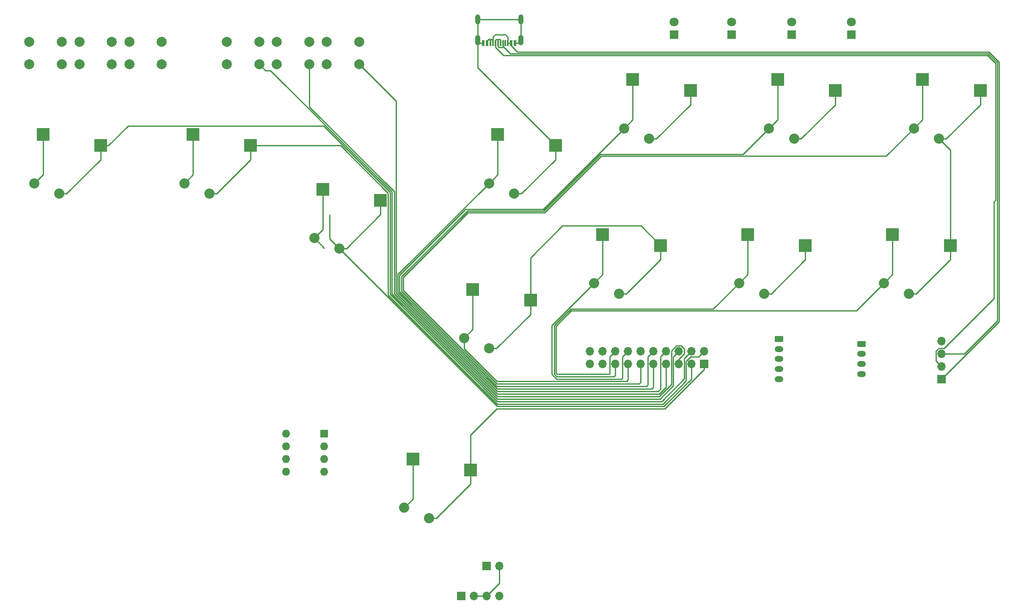
<source format=gbr>
G04 #@! TF.GenerationSoftware,KiCad,Pcbnew,5.1.9+dfsg1-1*
G04 #@! TF.CreationDate,2021-10-01T14:26:28-05:00*
G04 #@! TF.ProjectId,thornbox,74686f72-6e62-46f7-982e-6b696361645f,rev?*
G04 #@! TF.SameCoordinates,Original*
G04 #@! TF.FileFunction,Copper,L2,Bot*
G04 #@! TF.FilePolarity,Positive*
%FSLAX46Y46*%
G04 Gerber Fmt 4.6, Leading zero omitted, Abs format (unit mm)*
G04 Created by KiCad (PCBNEW 5.1.9+dfsg1-1) date 2021-10-01 14:26:28*
%MOMM*%
%LPD*%
G01*
G04 APERTURE LIST*
G04 #@! TA.AperFunction,ComponentPad*
%ADD10O,1.600000X1.600000*%
G04 #@! TD*
G04 #@! TA.AperFunction,ComponentPad*
%ADD11R,1.600000X1.600000*%
G04 #@! TD*
G04 #@! TA.AperFunction,ComponentPad*
%ADD12O,1.700000X1.700000*%
G04 #@! TD*
G04 #@! TA.AperFunction,ComponentPad*
%ADD13R,1.700000X1.700000*%
G04 #@! TD*
G04 #@! TA.AperFunction,ComponentPad*
%ADD14O,1.750000X1.200000*%
G04 #@! TD*
G04 #@! TA.AperFunction,ComponentPad*
%ADD15C,1.800000*%
G04 #@! TD*
G04 #@! TA.AperFunction,ComponentPad*
%ADD16R,1.800000X1.800000*%
G04 #@! TD*
G04 #@! TA.AperFunction,SMDPad,CuDef*
%ADD17R,0.300000X1.150000*%
G04 #@! TD*
G04 #@! TA.AperFunction,SMDPad,CuDef*
%ADD18R,0.600000X1.150000*%
G04 #@! TD*
G04 #@! TA.AperFunction,ComponentPad*
%ADD19O,1.050000X2.100000*%
G04 #@! TD*
G04 #@! TA.AperFunction,ComponentPad*
%ADD20O,1.000000X2.000000*%
G04 #@! TD*
G04 #@! TA.AperFunction,ComponentPad*
%ADD21C,2.000000*%
G04 #@! TD*
G04 #@! TA.AperFunction,SMDPad,CuDef*
%ADD22R,2.600000X2.600000*%
G04 #@! TD*
G04 #@! TA.AperFunction,ComponentPad*
%ADD23C,2.032000*%
G04 #@! TD*
G04 #@! TA.AperFunction,Conductor*
%ADD24C,0.250000*%
G04 #@! TD*
G04 APERTURE END LIST*
D10*
X110380000Y-111500000D03*
X118000000Y-119120000D03*
X110380000Y-114040000D03*
X118000000Y-116580000D03*
X110380000Y-116580000D03*
X118000000Y-114040000D03*
X110380000Y-119120000D03*
D11*
X118000000Y-111500000D03*
D12*
X153040000Y-138000000D03*
D13*
X150500000Y-138000000D03*
D14*
X209000000Y-100500000D03*
X209000000Y-98500000D03*
X209000000Y-96500000D03*
X209000000Y-94500000D03*
G04 #@! TA.AperFunction,ComponentPad*
G36*
G01*
X208374999Y-91900000D02*
X209625001Y-91900000D01*
G75*
G02*
X209875000Y-92149999I0J-249999D01*
G01*
X209875000Y-92850001D01*
G75*
G02*
X209625001Y-93100000I-249999J0D01*
G01*
X208374999Y-93100000D01*
G75*
G02*
X208125000Y-92850001I0J249999D01*
G01*
X208125000Y-92149999D01*
G75*
G02*
X208374999Y-91900000I249999J0D01*
G01*
G37*
G04 #@! TD.AperFunction*
D12*
X153000000Y-144000000D03*
X150460000Y-144000000D03*
X147920000Y-144000000D03*
D13*
X145380000Y-144000000D03*
D15*
X223500000Y-28960000D03*
D16*
X223500000Y-31500000D03*
D15*
X211500000Y-28960000D03*
D16*
X211500000Y-31500000D03*
D15*
X199500000Y-28960000D03*
D16*
X199500000Y-31500000D03*
D15*
X188000000Y-28960000D03*
D16*
X188000000Y-31500000D03*
D17*
X151250000Y-33255000D03*
X151750000Y-33255000D03*
X152250000Y-33255000D03*
X154750000Y-33255000D03*
X154250000Y-33255000D03*
X153750000Y-33255000D03*
X152750000Y-33255000D03*
X153250000Y-33255000D03*
D18*
X155400000Y-33255000D03*
X150600000Y-33255000D03*
X156200000Y-33255000D03*
X149800000Y-33255000D03*
D19*
X157320000Y-32680000D03*
X148680000Y-32680000D03*
D20*
X157320000Y-28500000D03*
X148680000Y-28500000D03*
D21*
X65500000Y-33000000D03*
X65500000Y-37500000D03*
X59000000Y-33000000D03*
X59000000Y-37500000D03*
X75500000Y-33000000D03*
X75500000Y-37500000D03*
X69000000Y-33000000D03*
X69000000Y-37500000D03*
X115000000Y-33000000D03*
X115000000Y-37500000D03*
X108500000Y-33000000D03*
X108500000Y-37500000D03*
X125000000Y-33000000D03*
X125000000Y-37500000D03*
X118500000Y-33000000D03*
X118500000Y-37500000D03*
X85500000Y-33000000D03*
X85500000Y-37500000D03*
X79000000Y-33000000D03*
X79000000Y-37500000D03*
X105000000Y-33000000D03*
X105000000Y-37500000D03*
X98500000Y-33000000D03*
X98500000Y-37500000D03*
D12*
X171140000Y-94960000D03*
X171140000Y-97500000D03*
X173680000Y-94960000D03*
X173680000Y-97500000D03*
X176220000Y-94960000D03*
X176220000Y-97500000D03*
X178760000Y-94960000D03*
X178760000Y-97500000D03*
X181300000Y-94960000D03*
X181300000Y-97500000D03*
X183840000Y-94960000D03*
X183840000Y-97500000D03*
X186380000Y-94960000D03*
X186380000Y-97500000D03*
X188920000Y-94960000D03*
X188920000Y-97500000D03*
X191460000Y-94960000D03*
X191460000Y-97500000D03*
X194000000Y-94960000D03*
D13*
X194000000Y-97500000D03*
D14*
X225500000Y-99500000D03*
X225500000Y-97500000D03*
X225500000Y-95500000D03*
G04 #@! TA.AperFunction,ComponentPad*
G36*
G01*
X224874999Y-92900000D02*
X226125001Y-92900000D01*
G75*
G02*
X226375000Y-93149999I0J-249999D01*
G01*
X226375000Y-93850001D01*
G75*
G02*
X226125001Y-94100000I-249999J0D01*
G01*
X224874999Y-94100000D01*
G75*
G02*
X224625000Y-93850001I0J249999D01*
G01*
X224625000Y-93149999D01*
G75*
G02*
X224874999Y-92900000I249999J0D01*
G01*
G37*
G04 #@! TD.AperFunction*
D12*
X241500000Y-92880000D03*
X241500000Y-95420000D03*
X241500000Y-97960000D03*
D13*
X241500000Y-100500000D03*
D22*
X73275000Y-53750000D03*
D23*
X65000000Y-63400000D03*
X60000000Y-61300000D03*
D22*
X61725000Y-51550000D03*
X129275000Y-64750000D03*
D23*
X121000000Y-74400000D03*
X116000000Y-72300000D03*
D22*
X117725000Y-62550000D03*
X249275000Y-42750000D03*
D23*
X241000000Y-52400000D03*
X236000000Y-50300000D03*
D22*
X237725000Y-40550000D03*
X220275000Y-42750000D03*
D23*
X212000000Y-52400000D03*
X207000000Y-50300000D03*
D22*
X208725000Y-40550000D03*
X191275000Y-42750000D03*
D23*
X183000000Y-52400000D03*
X178000000Y-50300000D03*
D22*
X179725000Y-40550000D03*
X164275000Y-53750000D03*
D23*
X156000000Y-63400000D03*
X151000000Y-61300000D03*
D22*
X152725000Y-51550000D03*
X243275000Y-73750000D03*
D23*
X235000000Y-83400000D03*
X230000000Y-81300000D03*
D22*
X231725000Y-71550000D03*
X214275000Y-73750000D03*
D23*
X206000000Y-83400000D03*
X201000000Y-81300000D03*
D22*
X202725000Y-71550000D03*
X185275000Y-73750000D03*
D23*
X177000000Y-83400000D03*
X172000000Y-81300000D03*
D22*
X173725000Y-71550000D03*
X159275000Y-84750000D03*
D23*
X151000000Y-94400000D03*
X146000000Y-92300000D03*
D22*
X147725000Y-82550000D03*
X103275000Y-53750000D03*
D23*
X95000000Y-63400000D03*
X90000000Y-61300000D03*
D22*
X91725000Y-51550000D03*
X147275000Y-118750000D03*
D23*
X139000000Y-128400000D03*
X134000000Y-126300000D03*
D22*
X135725000Y-116550000D03*
D24*
X61725000Y-59575000D02*
X61725000Y-51550000D01*
X60000000Y-61300000D02*
X61725000Y-59575000D01*
X91725000Y-59575000D02*
X91725000Y-51550000D01*
X90000000Y-61300000D02*
X91725000Y-59575000D01*
X135725000Y-124575000D02*
X135725000Y-116550000D01*
X134000000Y-126300000D02*
X135725000Y-124575000D01*
X159275000Y-86300000D02*
X159275000Y-84750000D01*
X159275000Y-87561840D02*
X159275000Y-86300000D01*
X152436840Y-94400000D02*
X159275000Y-87561840D01*
X151000000Y-94400000D02*
X152436840Y-94400000D01*
X191275000Y-45561840D02*
X191275000Y-44300000D01*
X184436840Y-52400000D02*
X191275000Y-45561840D01*
X183000000Y-52400000D02*
X184436840Y-52400000D01*
X220275000Y-44300000D02*
X220275000Y-42750000D01*
X213436840Y-52400000D02*
X220275000Y-45561840D01*
X220275000Y-45561840D02*
X220275000Y-44300000D01*
X249275000Y-45561840D02*
X249275000Y-44300000D01*
X249275000Y-44300000D02*
X249275000Y-42750000D01*
X242436840Y-52400000D02*
X249275000Y-45561840D01*
X241000000Y-52400000D02*
X242436840Y-52400000D01*
X243275000Y-75300000D02*
X243275000Y-73750000D01*
X236436840Y-83400000D02*
X243275000Y-76561840D01*
X243275000Y-76561840D02*
X243275000Y-75300000D01*
X235000000Y-83400000D02*
X236436840Y-83400000D01*
X214275000Y-75300000D02*
X214275000Y-73750000D01*
X214275000Y-76561840D02*
X214275000Y-75300000D01*
X207436840Y-83400000D02*
X214275000Y-76561840D01*
X206000000Y-83400000D02*
X207436840Y-83400000D01*
X185275000Y-75300000D02*
X185275000Y-73750000D01*
X185275000Y-76561840D02*
X185275000Y-75300000D01*
X178436840Y-83400000D02*
X185275000Y-76561840D01*
X177000000Y-83400000D02*
X178436840Y-83400000D01*
X243275000Y-54675000D02*
X241000000Y-52400000D01*
X243275000Y-73750000D02*
X243275000Y-54675000D01*
X212000000Y-52400000D02*
X213436840Y-52400000D01*
X157436840Y-63400000D02*
X164275000Y-56561840D01*
X164275000Y-55300000D02*
X164275000Y-53750000D01*
X164275000Y-56561840D02*
X164275000Y-55300000D01*
X156000000Y-63400000D02*
X157436840Y-63400000D01*
X191275000Y-42750000D02*
X191275000Y-44300000D01*
X117725000Y-70575000D02*
X117725000Y-62550000D01*
X116000000Y-72300000D02*
X117725000Y-70575000D01*
X149255000Y-33255000D02*
X148680000Y-32680000D01*
X149800000Y-33255000D02*
X149255000Y-33255000D01*
X148680000Y-32680000D02*
X148680000Y-28500000D01*
X148680000Y-28500000D02*
X157320000Y-28500000D01*
X157320000Y-28500000D02*
X157320000Y-32680000D01*
X156745000Y-33255000D02*
X157320000Y-32680000D01*
X156200000Y-33255000D02*
X156745000Y-33255000D01*
X148680000Y-38155000D02*
X164275000Y-53750000D01*
X148680000Y-32680000D02*
X148680000Y-38155000D01*
X118000000Y-74300000D02*
X116000000Y-72300000D01*
X181349999Y-69824999D02*
X185275000Y-73750000D01*
X165675001Y-69824999D02*
X181349999Y-69824999D01*
X159275000Y-76225000D02*
X165675001Y-69824999D01*
X159275000Y-84750000D02*
X159275000Y-76225000D01*
X147920000Y-144000000D02*
X150460000Y-144000000D01*
X153040000Y-141420000D02*
X150460000Y-144000000D01*
X153040000Y-138000000D02*
X153040000Y-141420000D01*
X151580001Y-32454999D02*
X151750000Y-32624998D01*
X150919999Y-32454999D02*
X151580001Y-32454999D01*
X150600000Y-32774998D02*
X150919999Y-32454999D01*
X150600000Y-33255000D02*
X150600000Y-32774998D01*
X151750000Y-33255000D02*
X151750000Y-32624998D01*
X154750000Y-33255000D02*
X155400000Y-33255000D01*
X154750000Y-32000000D02*
X154750000Y-33255000D01*
X154250000Y-31500000D02*
X154750000Y-32000000D01*
X152250000Y-31500000D02*
X154250000Y-31500000D01*
X151750000Y-32000000D02*
X152250000Y-31500000D01*
X151750000Y-33255000D02*
X151750000Y-32000000D01*
X155400000Y-33735002D02*
X155400000Y-33255000D01*
X156664998Y-35000000D02*
X155400000Y-33735002D01*
X251000000Y-35000000D02*
X156664998Y-35000000D01*
X253000000Y-89000000D02*
X253000000Y-37000000D01*
X253000000Y-37000000D02*
X251000000Y-35000000D01*
X241500000Y-100500000D02*
X253000000Y-89000000D01*
X153250000Y-32624998D02*
X153250000Y-33255000D01*
X153080001Y-32454999D02*
X153250000Y-32624998D01*
X152419999Y-32454999D02*
X153080001Y-32454999D01*
X152250000Y-32624998D02*
X152419999Y-32454999D01*
X152250000Y-33255000D02*
X152250000Y-32624998D01*
X152250000Y-34080000D02*
X153870020Y-35700020D01*
X152250000Y-33255000D02*
X152250000Y-34080000D01*
X153870020Y-35700020D02*
X250705032Y-35700020D01*
X250705032Y-35700020D02*
X252299980Y-37294968D01*
X252299980Y-37294968D02*
X252299980Y-64700020D01*
X240424999Y-96884999D02*
X241500000Y-97960000D01*
X240424999Y-94903999D02*
X240424999Y-96884999D01*
X240983999Y-94344999D02*
X240424999Y-94903999D01*
X242016001Y-94344999D02*
X240983999Y-94344999D01*
X252000000Y-84361000D02*
X242016001Y-94344999D01*
X252000000Y-65000000D02*
X252000000Y-84361000D01*
X252299980Y-64700020D02*
X252000000Y-65000000D01*
X153580001Y-34055001D02*
X153750000Y-33885002D01*
X152919999Y-34055001D02*
X153580001Y-34055001D01*
X152750000Y-33885002D02*
X152919999Y-34055001D01*
X152750000Y-33255000D02*
X152750000Y-33885002D01*
X241500000Y-95420000D02*
X246080000Y-95420000D01*
X246080000Y-95420000D02*
X252649990Y-88850010D01*
X252649990Y-37149990D02*
X250850010Y-35350010D01*
X252649990Y-88850010D02*
X252649990Y-37149990D01*
X153750000Y-33885002D02*
X153750000Y-33255000D01*
X155215008Y-35350010D02*
X153750000Y-33885002D01*
X250850010Y-35350010D02*
X155215008Y-35350010D01*
X147275000Y-120300000D02*
X147275000Y-118750000D01*
X147275000Y-121561840D02*
X147275000Y-120300000D01*
X140436840Y-128400000D02*
X147275000Y-121561840D01*
X139000000Y-128400000D02*
X140436840Y-128400000D01*
X147275000Y-117200000D02*
X147275000Y-118750000D01*
X147275000Y-111725000D02*
X147275000Y-118750000D01*
X152500000Y-106500000D02*
X147275000Y-111725000D01*
X186100000Y-106500000D02*
X152500000Y-106500000D01*
X194000000Y-98600000D02*
X186100000Y-106500000D01*
X194000000Y-97500000D02*
X194000000Y-98600000D01*
X96436840Y-63400000D02*
X103275000Y-56561840D01*
X103275000Y-55300000D02*
X103275000Y-53750000D01*
X103275000Y-56561840D02*
X103275000Y-55300000D01*
X95000000Y-63400000D02*
X96436840Y-63400000D01*
X190384999Y-96983999D02*
X190384999Y-100884999D01*
X191333997Y-96035001D02*
X190384999Y-96983999D01*
X194000000Y-94960000D02*
X192924999Y-96035001D01*
X192924999Y-96035001D02*
X191333997Y-96035001D01*
X190384999Y-100884999D02*
X185769998Y-105500000D01*
X185769998Y-105500000D02*
X152594988Y-105500000D01*
X104825000Y-53750000D02*
X103275000Y-53750000D01*
X121280002Y-53750000D02*
X104825000Y-53750000D01*
X130800001Y-63269999D02*
X121280002Y-53750000D01*
X130800001Y-83705013D02*
X130800001Y-63269999D01*
X152594988Y-105500000D02*
X130800001Y-83705013D01*
X129275000Y-66300000D02*
X129275000Y-64750000D01*
X122436840Y-74400000D02*
X129275000Y-67561840D01*
X129275000Y-67561840D02*
X129275000Y-66300000D01*
X121000000Y-74400000D02*
X122436840Y-74400000D01*
X119060499Y-72460499D02*
X119060499Y-67569039D01*
X152600000Y-106000000D02*
X119060499Y-72460499D01*
X186000000Y-106000000D02*
X152600000Y-106000000D01*
X191460000Y-97500000D02*
X191460000Y-100540000D01*
X191460000Y-100540000D02*
X186000000Y-106000000D01*
X73275000Y-55300000D02*
X73275000Y-53750000D01*
X73275000Y-56561840D02*
X73275000Y-55300000D01*
X66436840Y-63400000D02*
X73275000Y-56561840D01*
X65000000Y-63400000D02*
X66436840Y-63400000D01*
X74825000Y-53750000D02*
X73275000Y-53750000D01*
X78750001Y-49824999D02*
X74825000Y-53750000D01*
X131150011Y-63125021D02*
X117849989Y-49824999D01*
X191460000Y-94960000D02*
X190034989Y-96385011D01*
X117849989Y-49824999D02*
X78750001Y-49824999D01*
X185500000Y-105000000D02*
X152589976Y-105000000D01*
X131150011Y-83560035D02*
X131150011Y-63125021D01*
X190034989Y-100465011D02*
X185500000Y-105000000D01*
X190034989Y-96385011D02*
X190034989Y-100465011D01*
X152589976Y-105000000D02*
X131150011Y-83560035D01*
X188920000Y-96551002D02*
X188920000Y-97500000D01*
X189995001Y-95476001D02*
X188920000Y-96551002D01*
X189995001Y-94443999D02*
X189995001Y-95476001D01*
X188403999Y-93884999D02*
X189436001Y-93884999D01*
X187455001Y-94833997D02*
X188403999Y-93884999D01*
X115000000Y-37500000D02*
X115000000Y-45985034D01*
X132000000Y-83420048D02*
X152579952Y-104000000D01*
X189436001Y-93884999D02*
X189995001Y-94443999D01*
X132000000Y-62985034D02*
X132000000Y-83420048D01*
X115000000Y-45985034D02*
X132000000Y-62985034D01*
X152579952Y-104000000D02*
X185000000Y-104000000D01*
X187455001Y-101544999D02*
X187455001Y-94833997D01*
X185000000Y-104000000D02*
X187455001Y-101544999D01*
X106225001Y-38725001D02*
X105000000Y-37500000D01*
X107244979Y-38725001D02*
X106225001Y-38725001D01*
X131500021Y-62980043D02*
X107244979Y-38725001D01*
X187844999Y-96035001D02*
X187844999Y-101844999D01*
X185189998Y-104500000D02*
X152584964Y-104500000D01*
X188920000Y-94960000D02*
X187844999Y-96035001D01*
X187844999Y-101844999D02*
X185189998Y-104500000D01*
X152584964Y-104500000D02*
X131500021Y-83415057D01*
X131500021Y-83415057D02*
X131500021Y-62980043D01*
X186380000Y-97500000D02*
X186380000Y-102120000D01*
X185000000Y-103500000D02*
X152574940Y-103500000D01*
X186380000Y-102120000D02*
X185000000Y-103500000D01*
X125999999Y-38499999D02*
X125000000Y-37500000D01*
X132350010Y-83275070D02*
X132350010Y-44850010D01*
X132350010Y-44850010D02*
X125999999Y-38499999D01*
X152574940Y-103500000D02*
X132350010Y-83275070D01*
X152725000Y-59575000D02*
X152725000Y-51550000D01*
X151000000Y-61300000D02*
X152725000Y-59575000D01*
X184824990Y-103000000D02*
X152569928Y-103000000D01*
X152569928Y-103000000D02*
X132700020Y-83130092D01*
X132700020Y-83130092D02*
X132700020Y-79500000D01*
X132800000Y-79500000D02*
X151000000Y-61300000D01*
X132700020Y-79500000D02*
X132800000Y-79500000D01*
X185304999Y-102519991D02*
X184824990Y-103000000D01*
X185304999Y-96035001D02*
X185304999Y-102519991D01*
X186380000Y-94960000D02*
X185304999Y-96035001D01*
X179725000Y-48575000D02*
X179725000Y-40550000D01*
X178000000Y-50300000D02*
X179725000Y-48575000D01*
X161800000Y-66500000D02*
X178000000Y-50300000D01*
X146294988Y-66500000D02*
X161800000Y-66500000D01*
X183840000Y-102160000D02*
X183500000Y-102500000D01*
X152564916Y-102500000D02*
X133050030Y-82985114D01*
X183840000Y-97500000D02*
X183840000Y-102160000D01*
X183500000Y-102500000D02*
X152564916Y-102500000D01*
X133050030Y-82985114D02*
X133050030Y-79744958D01*
X133050030Y-79744958D02*
X146294988Y-66500000D01*
X208725000Y-48575000D02*
X208725000Y-40550000D01*
X207000000Y-50300000D02*
X208725000Y-48575000D01*
X201800000Y-55500000D02*
X207000000Y-50300000D01*
X173294988Y-55500000D02*
X201800000Y-55500000D01*
X161944978Y-66850010D02*
X173294988Y-55500000D01*
X146649990Y-66850010D02*
X161944978Y-66850010D01*
X133500000Y-80000000D02*
X146649990Y-66850010D01*
X182764999Y-96035001D02*
X182764999Y-101735001D01*
X182500000Y-102000000D02*
X152559904Y-102000000D01*
X183840000Y-94960000D02*
X182764999Y-96035001D01*
X182764999Y-101735001D02*
X182500000Y-102000000D01*
X152559904Y-102000000D02*
X133500000Y-82940096D01*
X133500000Y-82940096D02*
X133500000Y-80000000D01*
X237725000Y-48575000D02*
X237725000Y-40550000D01*
X236000000Y-50300000D02*
X237725000Y-48575000D01*
X230449990Y-55850010D02*
X236000000Y-50300000D01*
X162089956Y-67200020D02*
X173439966Y-55850010D01*
X146799980Y-67200020D02*
X162089956Y-67200020D01*
X181300000Y-101200000D02*
X181000000Y-101500000D01*
X173439966Y-55850010D02*
X230449990Y-55850010D01*
X133850010Y-80149990D02*
X146799980Y-67200020D01*
X181000000Y-101500000D02*
X152554892Y-101500000D01*
X181300000Y-97500000D02*
X181300000Y-101200000D01*
X152554892Y-101500000D02*
X133850010Y-82795118D01*
X133850010Y-82795118D02*
X133850010Y-80149990D01*
X147725000Y-90575000D02*
X147725000Y-82550000D01*
X146000000Y-92300000D02*
X147725000Y-90575000D01*
X146000000Y-94450120D02*
X146000000Y-92300000D01*
X178500000Y-101000000D02*
X152549880Y-101000000D01*
X178760000Y-97500000D02*
X178760000Y-100740000D01*
X152549880Y-101000000D02*
X146000000Y-94450120D01*
X178760000Y-100740000D02*
X178500000Y-101000000D01*
X173725000Y-79575000D02*
X173725000Y-71550000D01*
X172000000Y-81300000D02*
X173725000Y-79575000D01*
X163500000Y-89800000D02*
X172000000Y-81300000D01*
X177684999Y-96035001D02*
X177684999Y-100315001D01*
X178760000Y-94960000D02*
X177684999Y-96035001D01*
X177684999Y-100315001D02*
X177500000Y-100500000D01*
X177500000Y-100500000D02*
X164500000Y-100500000D01*
X163500000Y-99500000D02*
X163500000Y-89800000D01*
X164500000Y-100500000D02*
X163500000Y-99500000D01*
X202725000Y-79575000D02*
X202725000Y-71550000D01*
X201000000Y-81300000D02*
X202725000Y-79575000D01*
X195800000Y-86500000D02*
X201000000Y-81300000D01*
X167294988Y-86500000D02*
X195800000Y-86500000D01*
X176220000Y-99780000D02*
X176000000Y-100000000D01*
X176220000Y-97500000D02*
X176220000Y-99780000D01*
X176000000Y-100000000D02*
X164500000Y-100000000D01*
X164500000Y-100000000D02*
X164000000Y-99500000D01*
X164000000Y-99500000D02*
X164000000Y-89794988D01*
X164000000Y-89794988D02*
X167294988Y-86500000D01*
X231725000Y-79575000D02*
X231725000Y-71550000D01*
X230000000Y-81300000D02*
X231725000Y-79575000D01*
X224449990Y-86850010D02*
X230000000Y-81300000D01*
X164350010Y-89939966D02*
X167439966Y-86850010D01*
X167439966Y-86850010D02*
X224449990Y-86850010D01*
X175144999Y-99355001D02*
X175000000Y-99500000D01*
X175000000Y-99500000D02*
X164500000Y-99500000D01*
X164500000Y-99500000D02*
X164350010Y-99350010D01*
X175144999Y-96035001D02*
X175144999Y-99355001D01*
X176220000Y-94960000D02*
X175144999Y-96035001D01*
X164350010Y-99350010D02*
X164350010Y-89939966D01*
M02*

</source>
